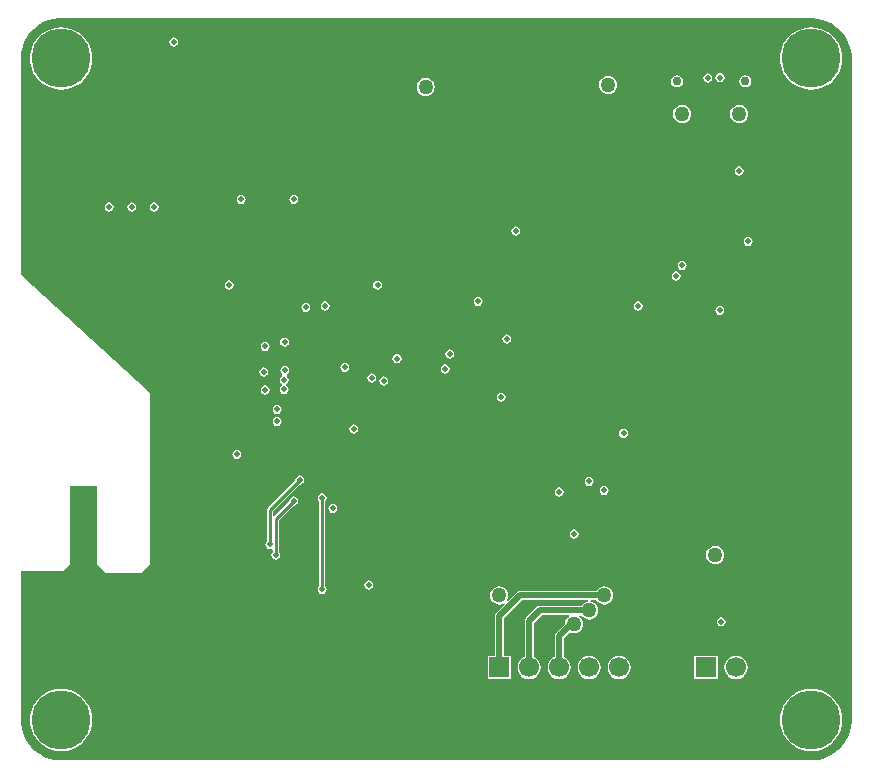
<source format=gbl>
G04*
G04 #@! TF.GenerationSoftware,Altium Limited,Altium Designer,18.0.10 (644)*
G04*
G04 Layer_Physical_Order=4*
G04 Layer_Color=16711680*
%FSLAX25Y25*%
%MOIN*%
G70*
G01*
G75*
%ADD10C,0.01000*%
%ADD104C,0.02000*%
%ADD106C,0.02953*%
%ADD107O,0.04724X0.07874*%
%ADD108O,0.04724X0.09055*%
%ADD109C,0.06693*%
%ADD110R,0.06693X0.06693*%
%ADD111C,0.01968*%
%ADD112C,0.05000*%
%ADD113C,0.19685*%
%ADD114C,0.02400*%
G36*
X376701Y398303D02*
X378458Y397890D01*
X380145Y397246D01*
X381730Y396382D01*
X383186Y395314D01*
X384485Y394061D01*
X385606Y392646D01*
X386528Y391094D01*
X387234Y389433D01*
X387713Y387692D01*
X387954Y385903D01*
Y385000D01*
X387944D01*
Y164998D01*
X387978Y164096D01*
X387803Y162299D01*
X387390Y160542D01*
X386746Y158855D01*
X385882Y157270D01*
X384814Y155815D01*
X383561Y154515D01*
X382146Y153394D01*
X380594Y152472D01*
X378933Y151766D01*
X377192Y151287D01*
X375403Y151046D01*
X374500D01*
Y151056D01*
X124998Y151056D01*
X124096Y151022D01*
X122299Y151197D01*
X120542Y151610D01*
X118855Y152254D01*
X117270Y153118D01*
X115814Y154186D01*
X114515Y155439D01*
X113394Y156854D01*
X112472Y158406D01*
X111766Y160067D01*
X111287Y161808D01*
X111046Y163597D01*
Y164500D01*
Y214000D01*
X125000Y214000D01*
X127500Y216500D01*
X127500Y242500D01*
X136500D01*
Y216500D01*
X139500Y213500D01*
X151000D01*
X154000Y216500D01*
X154000Y273339D01*
X149839Y277500D01*
X111046Y312958D01*
Y384493D01*
X111056Y384502D01*
X111056D01*
X111022Y385404D01*
X111197Y387201D01*
X111610Y388958D01*
X112255Y390645D01*
X113118Y392230D01*
X114186Y393686D01*
X115439Y394985D01*
X116854Y396106D01*
X118406Y397028D01*
X120067Y397734D01*
X121808Y398213D01*
X123597Y398454D01*
X124500D01*
Y398444D01*
X374002D01*
X374904Y398478D01*
X376701Y398303D01*
D02*
G37*
%LPC*%
G36*
X162000Y392013D02*
X161421Y391898D01*
X160930Y391570D01*
X160602Y391079D01*
X160487Y390500D01*
X160602Y389921D01*
X160930Y389430D01*
X161421Y389102D01*
X162000Y388987D01*
X162579Y389102D01*
X163070Y389430D01*
X163398Y389921D01*
X163513Y390500D01*
X163398Y391079D01*
X163070Y391570D01*
X162579Y391898D01*
X162000Y392013D01*
D02*
G37*
G36*
X344109Y380122D02*
X343529Y380007D01*
X343038Y379679D01*
X342710Y379188D01*
X342595Y378608D01*
X342710Y378029D01*
X343038Y377538D01*
X343529Y377210D01*
X344109Y377095D01*
X344688Y377210D01*
X345179Y377538D01*
X345507Y378029D01*
X345622Y378608D01*
X345507Y379188D01*
X345179Y379679D01*
X344688Y380007D01*
X344109Y380122D01*
D02*
G37*
G36*
X340000Y380013D02*
X339421Y379898D01*
X338930Y379570D01*
X338602Y379079D01*
X338487Y378500D01*
X338602Y377921D01*
X338930Y377430D01*
X339421Y377102D01*
X340000Y376987D01*
X340579Y377102D01*
X341070Y377430D01*
X341398Y377921D01*
X341513Y378500D01*
X341398Y379079D01*
X341070Y379570D01*
X340579Y379898D01*
X340000Y380013D01*
D02*
G37*
G36*
X352534Y379389D02*
X351762Y379236D01*
X351109Y378799D01*
X350672Y378145D01*
X350518Y377374D01*
X350672Y376603D01*
X351109Y375949D01*
X351762Y375512D01*
X352534Y375359D01*
X353305Y375512D01*
X353958Y375949D01*
X354395Y376603D01*
X354549Y377374D01*
X354395Y378145D01*
X353958Y378799D01*
X353305Y379236D01*
X352534Y379389D01*
D02*
G37*
G36*
X329778D02*
X329006Y379236D01*
X328353Y378799D01*
X327916Y378145D01*
X327762Y377374D01*
X327916Y376603D01*
X328353Y375949D01*
X329006Y375512D01*
X329778Y375359D01*
X330549Y375512D01*
X331202Y375949D01*
X331639Y376603D01*
X331793Y377374D01*
X331639Y378145D01*
X331202Y378799D01*
X330549Y379236D01*
X329778Y379389D01*
D02*
G37*
G36*
X374500Y395374D02*
X372877Y395247D01*
X371294Y394867D01*
X369790Y394244D01*
X368402Y393393D01*
X367164Y392336D01*
X366107Y391098D01*
X365256Y389710D01*
X364633Y388206D01*
X364253Y386623D01*
X364125Y385000D01*
X364253Y383377D01*
X364633Y381794D01*
X365256Y380290D01*
X366107Y378902D01*
X367164Y377664D01*
X368402Y376607D01*
X369790Y375756D01*
X371294Y375133D01*
X372877Y374753D01*
X374500Y374625D01*
X376123Y374753D01*
X377706Y375133D01*
X379210Y375756D01*
X380598Y376607D01*
X381836Y377664D01*
X382893Y378902D01*
X383744Y380290D01*
X384367Y381794D01*
X384747Y383377D01*
X384875Y385000D01*
X384747Y386623D01*
X384367Y388206D01*
X383744Y389710D01*
X382893Y391098D01*
X381836Y392336D01*
X380598Y393393D01*
X379210Y394244D01*
X377706Y394867D01*
X376123Y395247D01*
X374500Y395374D01*
D02*
G37*
G36*
X124500D02*
X122877Y395247D01*
X121294Y394867D01*
X119790Y394244D01*
X118402Y393393D01*
X117164Y392336D01*
X116107Y391098D01*
X115256Y389710D01*
X114633Y388206D01*
X114253Y386623D01*
X114126Y385000D01*
X114253Y383377D01*
X114633Y381794D01*
X115256Y380290D01*
X116107Y378902D01*
X117164Y377664D01*
X118402Y376607D01*
X119790Y375756D01*
X121294Y375133D01*
X122877Y374753D01*
X124500Y374625D01*
X126123Y374753D01*
X127706Y375133D01*
X129210Y375756D01*
X130598Y376607D01*
X131836Y377664D01*
X132893Y378902D01*
X133744Y380290D01*
X134367Y381794D01*
X134747Y383377D01*
X134874Y385000D01*
X134747Y386623D01*
X134367Y388206D01*
X133744Y389710D01*
X132893Y391098D01*
X131836Y392336D01*
X130598Y393393D01*
X129210Y394244D01*
X127706Y394867D01*
X126123Y395247D01*
X124500Y395374D01*
D02*
G37*
G36*
X306807Y379219D02*
X306024Y379116D01*
X305294Y378813D01*
X304667Y378332D01*
X304187Y377706D01*
X303884Y376976D01*
X303781Y376193D01*
X303884Y375410D01*
X304187Y374680D01*
X304667Y374053D01*
X305294Y373572D01*
X306024Y373270D01*
X306807Y373167D01*
X307590Y373270D01*
X308320Y373572D01*
X308947Y374053D01*
X309428Y374680D01*
X309730Y375410D01*
X309833Y376193D01*
X309730Y376976D01*
X309428Y377706D01*
X308947Y378332D01*
X308320Y378813D01*
X307590Y379116D01*
X306807Y379219D01*
D02*
G37*
G36*
X246000Y378526D02*
X245217Y378423D01*
X244487Y378120D01*
X243860Y377640D01*
X243379Y377013D01*
X243077Y376283D01*
X242974Y375500D01*
X243077Y374717D01*
X243379Y373987D01*
X243860Y373360D01*
X244487Y372880D01*
X245217Y372577D01*
X246000Y372474D01*
X246783Y372577D01*
X247513Y372880D01*
X248140Y373360D01*
X248621Y373987D01*
X248923Y374717D01*
X249026Y375500D01*
X248923Y376283D01*
X248621Y377013D01*
X248140Y377640D01*
X247513Y378120D01*
X246783Y378423D01*
X246000Y378526D01*
D02*
G37*
G36*
X350500Y369526D02*
X349717Y369423D01*
X348987Y369121D01*
X348360Y368640D01*
X347880Y368013D01*
X347577Y367283D01*
X347474Y366500D01*
X347577Y365717D01*
X347880Y364987D01*
X348360Y364360D01*
X348987Y363879D01*
X349717Y363577D01*
X350500Y363474D01*
X351283Y363577D01*
X352013Y363879D01*
X352640Y364360D01*
X353120Y364987D01*
X353423Y365717D01*
X353526Y366500D01*
X353423Y367283D01*
X353120Y368013D01*
X352640Y368640D01*
X352013Y369121D01*
X351283Y369423D01*
X350500Y369526D01*
D02*
G37*
G36*
X331500D02*
X330717Y369423D01*
X329987Y369121D01*
X329360Y368640D01*
X328879Y368013D01*
X328577Y367283D01*
X328474Y366500D01*
X328577Y365717D01*
X328879Y364987D01*
X329360Y364360D01*
X329987Y363879D01*
X330717Y363577D01*
X331500Y363474D01*
X332283Y363577D01*
X333013Y363879D01*
X333640Y364360D01*
X334120Y364987D01*
X334423Y365717D01*
X334526Y366500D01*
X334423Y367283D01*
X334120Y368013D01*
X333640Y368640D01*
X333013Y369121D01*
X332283Y369423D01*
X331500Y369526D01*
D02*
G37*
G36*
X350500Y349013D02*
X349921Y348898D01*
X349430Y348570D01*
X349102Y348079D01*
X348987Y347500D01*
X349102Y346921D01*
X349430Y346430D01*
X349921Y346102D01*
X350500Y345987D01*
X351079Y346102D01*
X351570Y346430D01*
X351898Y346921D01*
X352013Y347500D01*
X351898Y348079D01*
X351570Y348570D01*
X351079Y348898D01*
X350500Y349013D01*
D02*
G37*
G36*
X184500Y339513D02*
X183921Y339398D01*
X183430Y339070D01*
X183102Y338579D01*
X182987Y338000D01*
X183102Y337421D01*
X183430Y336930D01*
X183921Y336602D01*
X184500Y336487D01*
X185079Y336602D01*
X185570Y336930D01*
X185898Y337421D01*
X186013Y338000D01*
X185898Y338579D01*
X185570Y339070D01*
X185079Y339398D01*
X184500Y339513D01*
D02*
G37*
G36*
X202000Y339513D02*
X201421Y339398D01*
X200930Y339070D01*
X200602Y338579D01*
X200487Y338000D01*
X200602Y337421D01*
X200930Y336930D01*
X201421Y336602D01*
X202000Y336487D01*
X202579Y336602D01*
X203070Y336930D01*
X203398Y337421D01*
X203513Y338000D01*
X203398Y338579D01*
X203070Y339070D01*
X202579Y339398D01*
X202000Y339513D01*
D02*
G37*
G36*
X155500Y337013D02*
X154921Y336898D01*
X154430Y336570D01*
X154102Y336079D01*
X153987Y335500D01*
X154102Y334921D01*
X154430Y334430D01*
X154921Y334102D01*
X155500Y333987D01*
X156079Y334102D01*
X156570Y334430D01*
X156898Y334921D01*
X157013Y335500D01*
X156898Y336079D01*
X156570Y336570D01*
X156079Y336898D01*
X155500Y337013D01*
D02*
G37*
G36*
X148000D02*
X147421Y336898D01*
X146930Y336570D01*
X146602Y336079D01*
X146487Y335500D01*
X146602Y334921D01*
X146930Y334430D01*
X147421Y334102D01*
X148000Y333987D01*
X148579Y334102D01*
X149070Y334430D01*
X149398Y334921D01*
X149513Y335500D01*
X149398Y336079D01*
X149070Y336570D01*
X148579Y336898D01*
X148000Y337013D01*
D02*
G37*
G36*
X140500D02*
X139921Y336898D01*
X139430Y336570D01*
X139102Y336079D01*
X138987Y335500D01*
X139102Y334921D01*
X139430Y334430D01*
X139921Y334102D01*
X140500Y333987D01*
X141079Y334102D01*
X141570Y334430D01*
X141898Y334921D01*
X142013Y335500D01*
X141898Y336079D01*
X141570Y336570D01*
X141079Y336898D01*
X140500Y337013D01*
D02*
G37*
G36*
X276000Y329013D02*
X275421Y328898D01*
X274930Y328570D01*
X274602Y328079D01*
X274487Y327500D01*
X274602Y326921D01*
X274930Y326430D01*
X275421Y326102D01*
X276000Y325987D01*
X276579Y326102D01*
X277070Y326430D01*
X277398Y326921D01*
X277513Y327500D01*
X277398Y328079D01*
X277070Y328570D01*
X276579Y328898D01*
X276000Y329013D01*
D02*
G37*
G36*
X353500Y325513D02*
X352921Y325398D01*
X352430Y325070D01*
X352102Y324579D01*
X351987Y324000D01*
X352102Y323421D01*
X352430Y322930D01*
X352921Y322602D01*
X353500Y322487D01*
X354079Y322602D01*
X354570Y322930D01*
X354898Y323421D01*
X355013Y324000D01*
X354898Y324579D01*
X354570Y325070D01*
X354079Y325398D01*
X353500Y325513D01*
D02*
G37*
G36*
X331500Y317513D02*
X330921Y317398D01*
X330430Y317070D01*
X330102Y316579D01*
X329987Y316000D01*
X330102Y315421D01*
X330430Y314930D01*
X330921Y314602D01*
X331500Y314487D01*
X332079Y314602D01*
X332570Y314930D01*
X332898Y315421D01*
X333013Y316000D01*
X332898Y316579D01*
X332570Y317070D01*
X332079Y317398D01*
X331500Y317513D01*
D02*
G37*
G36*
X329500Y314013D02*
X328921Y313898D01*
X328430Y313570D01*
X328102Y313079D01*
X327987Y312500D01*
X328102Y311921D01*
X328430Y311430D01*
X328921Y311102D01*
X329500Y310987D01*
X330079Y311102D01*
X330570Y311430D01*
X330898Y311921D01*
X331013Y312500D01*
X330898Y313079D01*
X330570Y313570D01*
X330079Y313898D01*
X329500Y314013D01*
D02*
G37*
G36*
X180500Y311013D02*
X179921Y310898D01*
X179430Y310570D01*
X179102Y310079D01*
X178987Y309500D01*
X179102Y308921D01*
X179430Y308430D01*
X179921Y308102D01*
X180500Y307987D01*
X181079Y308102D01*
X181570Y308430D01*
X181898Y308921D01*
X182013Y309500D01*
X181898Y310079D01*
X181570Y310570D01*
X181079Y310898D01*
X180500Y311013D01*
D02*
G37*
G36*
X229941Y310954D02*
X229362Y310839D01*
X228871Y310511D01*
X228542Y310020D01*
X228427Y309441D01*
X228542Y308861D01*
X228871Y308370D01*
X229362Y308043D01*
X229941Y307927D01*
X230520Y308043D01*
X231011Y308370D01*
X231339Y308861D01*
X231454Y309441D01*
X231339Y310020D01*
X231011Y310511D01*
X230520Y310839D01*
X229941Y310954D01*
D02*
G37*
G36*
X263500Y305513D02*
X262921Y305398D01*
X262430Y305070D01*
X262102Y304579D01*
X261987Y304000D01*
X262102Y303421D01*
X262430Y302930D01*
X262921Y302602D01*
X263500Y302487D01*
X264079Y302602D01*
X264570Y302930D01*
X264898Y303421D01*
X265013Y304000D01*
X264898Y304579D01*
X264570Y305070D01*
X264079Y305398D01*
X263500Y305513D01*
D02*
G37*
G36*
X316839Y304013D02*
X316260Y303898D01*
X315769Y303570D01*
X315441Y303079D01*
X315325Y302500D01*
X315441Y301921D01*
X315769Y301430D01*
X316260Y301102D01*
X316839Y300987D01*
X317418Y301102D01*
X317909Y301430D01*
X318237Y301921D01*
X318352Y302500D01*
X318237Y303079D01*
X317909Y303570D01*
X317418Y303898D01*
X316839Y304013D01*
D02*
G37*
G36*
X212500D02*
X211921Y303898D01*
X211430Y303570D01*
X211102Y303079D01*
X210987Y302500D01*
X211102Y301921D01*
X211430Y301430D01*
X211921Y301102D01*
X212500Y300987D01*
X213079Y301102D01*
X213570Y301430D01*
X213898Y301921D01*
X214013Y302500D01*
X213898Y303079D01*
X213570Y303570D01*
X213079Y303898D01*
X212500Y304013D01*
D02*
G37*
G36*
X206000Y303513D02*
X205421Y303398D01*
X204930Y303070D01*
X204602Y302579D01*
X204487Y302000D01*
X204602Y301421D01*
X204930Y300930D01*
X205421Y300602D01*
X206000Y300487D01*
X206579Y300602D01*
X207070Y300930D01*
X207398Y301421D01*
X207513Y302000D01*
X207398Y302579D01*
X207070Y303070D01*
X206579Y303398D01*
X206000Y303513D01*
D02*
G37*
G36*
X344000Y302513D02*
X343421Y302398D01*
X342930Y302070D01*
X342602Y301579D01*
X342487Y301000D01*
X342602Y300421D01*
X342930Y299930D01*
X343421Y299602D01*
X344000Y299487D01*
X344579Y299602D01*
X345070Y299930D01*
X345398Y300421D01*
X345513Y301000D01*
X345398Y301579D01*
X345070Y302070D01*
X344579Y302398D01*
X344000Y302513D01*
D02*
G37*
G36*
X273000Y293013D02*
X272421Y292898D01*
X271930Y292570D01*
X271602Y292079D01*
X271487Y291500D01*
X271602Y290921D01*
X271930Y290430D01*
X272421Y290102D01*
X273000Y289987D01*
X273579Y290102D01*
X274070Y290430D01*
X274398Y290921D01*
X274513Y291500D01*
X274398Y292079D01*
X274070Y292570D01*
X273579Y292898D01*
X273000Y293013D01*
D02*
G37*
G36*
X198950Y291963D02*
X198371Y291848D01*
X197880Y291520D01*
X197552Y291029D01*
X197436Y290450D01*
X197552Y289871D01*
X197880Y289380D01*
X198371Y289052D01*
X198950Y288936D01*
X199529Y289052D01*
X200020Y289380D01*
X200348Y289871D01*
X200463Y290450D01*
X200348Y291029D01*
X200020Y291520D01*
X199529Y291848D01*
X198950Y291963D01*
D02*
G37*
G36*
X192500Y290513D02*
X191921Y290398D01*
X191430Y290070D01*
X191102Y289579D01*
X190987Y289000D01*
X191102Y288421D01*
X191430Y287930D01*
X191921Y287602D01*
X192500Y287487D01*
X193079Y287602D01*
X193570Y287930D01*
X193898Y288421D01*
X194013Y289000D01*
X193898Y289579D01*
X193570Y290070D01*
X193079Y290398D01*
X192500Y290513D01*
D02*
G37*
G36*
X254000Y288013D02*
X253421Y287898D01*
X252930Y287570D01*
X252602Y287079D01*
X252487Y286500D01*
X252602Y285921D01*
X252930Y285430D01*
X253421Y285102D01*
X254000Y284987D01*
X254579Y285102D01*
X255070Y285430D01*
X255398Y285921D01*
X255513Y286500D01*
X255398Y287079D01*
X255070Y287570D01*
X254579Y287898D01*
X254000Y288013D01*
D02*
G37*
G36*
X236441Y286454D02*
X235861Y286339D01*
X235370Y286011D01*
X235043Y285520D01*
X234927Y284941D01*
X235043Y284362D01*
X235370Y283871D01*
X235861Y283542D01*
X236441Y283427D01*
X237020Y283542D01*
X237511Y283871D01*
X237839Y284362D01*
X237954Y284941D01*
X237839Y285520D01*
X237511Y286011D01*
X237020Y286339D01*
X236441Y286454D01*
D02*
G37*
G36*
X219000Y283513D02*
X218421Y283398D01*
X217930Y283070D01*
X217602Y282579D01*
X217487Y282000D01*
X217602Y281421D01*
X217930Y280930D01*
X218421Y280602D01*
X219000Y280487D01*
X219579Y280602D01*
X220070Y280930D01*
X220398Y281421D01*
X220513Y282000D01*
X220398Y282579D01*
X220070Y283070D01*
X219579Y283398D01*
X219000Y283513D01*
D02*
G37*
G36*
X252500Y283013D02*
X251921Y282898D01*
X251430Y282570D01*
X251102Y282079D01*
X250987Y281500D01*
X251102Y280921D01*
X251430Y280430D01*
X251921Y280102D01*
X252500Y279987D01*
X253079Y280102D01*
X253570Y280430D01*
X253898Y280921D01*
X254013Y281500D01*
X253898Y282079D01*
X253570Y282570D01*
X253079Y282898D01*
X252500Y283013D01*
D02*
G37*
G36*
X192000Y282013D02*
X191421Y281898D01*
X190930Y281570D01*
X190602Y281079D01*
X190487Y280500D01*
X190602Y279921D01*
X190930Y279430D01*
X191421Y279102D01*
X192000Y278987D01*
X192579Y279102D01*
X193070Y279430D01*
X193398Y279921D01*
X193513Y280500D01*
X193398Y281079D01*
X193070Y281570D01*
X192579Y281898D01*
X192000Y282013D01*
D02*
G37*
G36*
X228000Y280013D02*
X227421Y279898D01*
X226930Y279570D01*
X226602Y279079D01*
X226487Y278500D01*
X226602Y277921D01*
X226930Y277430D01*
X227421Y277102D01*
X228000Y276987D01*
X228579Y277102D01*
X229070Y277430D01*
X229398Y277921D01*
X229513Y278500D01*
X229398Y279079D01*
X229070Y279570D01*
X228579Y279898D01*
X228000Y280013D01*
D02*
G37*
G36*
X232000Y279013D02*
X231421Y278898D01*
X230930Y278570D01*
X230602Y278079D01*
X230487Y277500D01*
X230602Y276921D01*
X230930Y276430D01*
X231421Y276102D01*
X232000Y275987D01*
X232579Y276102D01*
X233070Y276430D01*
X233398Y276921D01*
X233513Y277500D01*
X233398Y278079D01*
X233070Y278570D01*
X232579Y278898D01*
X232000Y279013D01*
D02*
G37*
G36*
X199000Y282513D02*
X198421Y282398D01*
X197930Y282070D01*
X197602Y281579D01*
X197487Y281000D01*
X197602Y280421D01*
X197930Y279930D01*
X198205Y279746D01*
X198229Y279573D01*
X198170Y279181D01*
X197781Y278921D01*
X197453Y278430D01*
X197338Y277851D01*
X197453Y277272D01*
X197781Y276781D01*
X198094Y276572D01*
X198120Y276474D01*
X198096Y276020D01*
X198094Y276016D01*
X197728Y275772D01*
X197400Y275281D01*
X197285Y274702D01*
X197400Y274123D01*
X197728Y273632D01*
X198219Y273304D01*
X198798Y273188D01*
X199378Y273304D01*
X199869Y273632D01*
X200197Y274123D01*
X200312Y274702D01*
X200197Y275281D01*
X199869Y275772D01*
X199555Y275981D01*
X199530Y276078D01*
X199554Y276533D01*
X199555Y276536D01*
X199921Y276781D01*
X200249Y277272D01*
X200364Y277851D01*
X200249Y278430D01*
X199921Y278921D01*
X199646Y279105D01*
X199623Y279278D01*
X199682Y279670D01*
X200070Y279930D01*
X200398Y280421D01*
X200513Y281000D01*
X200398Y281579D01*
X200070Y282070D01*
X199579Y282398D01*
X199000Y282513D01*
D02*
G37*
G36*
X192500Y276013D02*
X191921Y275898D01*
X191430Y275570D01*
X191102Y275079D01*
X190987Y274500D01*
X191102Y273921D01*
X191430Y273430D01*
X191921Y273102D01*
X192500Y272987D01*
X193079Y273102D01*
X193570Y273430D01*
X193898Y273921D01*
X194013Y274500D01*
X193898Y275079D01*
X193570Y275570D01*
X193079Y275898D01*
X192500Y276013D01*
D02*
G37*
G36*
X271118Y273631D02*
X270539Y273516D01*
X270048Y273188D01*
X269720Y272697D01*
X269605Y272118D01*
X269720Y271539D01*
X270048Y271048D01*
X270539Y270720D01*
X271118Y270605D01*
X271697Y270720D01*
X272188Y271048D01*
X272516Y271539D01*
X272631Y272118D01*
X272516Y272697D01*
X272188Y273188D01*
X271697Y273516D01*
X271118Y273631D01*
D02*
G37*
G36*
X196500Y269513D02*
X195921Y269398D01*
X195430Y269070D01*
X195102Y268579D01*
X194987Y268000D01*
X195102Y267421D01*
X195430Y266930D01*
X195921Y266602D01*
X196500Y266487D01*
X197079Y266602D01*
X197570Y266930D01*
X197898Y267421D01*
X198013Y268000D01*
X197898Y268579D01*
X197570Y269070D01*
X197079Y269398D01*
X196500Y269513D01*
D02*
G37*
G36*
Y265513D02*
X195921Y265398D01*
X195430Y265070D01*
X195102Y264579D01*
X194987Y264000D01*
X195102Y263421D01*
X195430Y262930D01*
X195921Y262602D01*
X196500Y262487D01*
X197079Y262602D01*
X197570Y262930D01*
X197898Y263421D01*
X198013Y264000D01*
X197898Y264579D01*
X197570Y265070D01*
X197079Y265398D01*
X196500Y265513D01*
D02*
G37*
G36*
X222000Y263013D02*
X221421Y262898D01*
X220930Y262570D01*
X220602Y262079D01*
X220487Y261500D01*
X220602Y260921D01*
X220930Y260430D01*
X221421Y260102D01*
X222000Y259987D01*
X222579Y260102D01*
X223070Y260430D01*
X223398Y260921D01*
X223513Y261500D01*
X223398Y262079D01*
X223070Y262570D01*
X222579Y262898D01*
X222000Y263013D01*
D02*
G37*
G36*
X311941Y261572D02*
X311362Y261457D01*
X310871Y261129D01*
X310543Y260638D01*
X310428Y260059D01*
X310543Y259480D01*
X310871Y258989D01*
X311362Y258661D01*
X311941Y258545D01*
X312520Y258661D01*
X313011Y258989D01*
X313339Y259480D01*
X313455Y260059D01*
X313339Y260638D01*
X313011Y261129D01*
X312520Y261457D01*
X311941Y261572D01*
D02*
G37*
G36*
X183000Y254513D02*
X182421Y254398D01*
X181930Y254070D01*
X181602Y253579D01*
X181487Y253000D01*
X181602Y252421D01*
X181930Y251930D01*
X182421Y251602D01*
X183000Y251487D01*
X183579Y251602D01*
X184070Y251930D01*
X184398Y252421D01*
X184513Y253000D01*
X184398Y253579D01*
X184070Y254070D01*
X183579Y254398D01*
X183000Y254513D01*
D02*
G37*
G36*
X204000Y246013D02*
X203421Y245898D01*
X202930Y245570D01*
X202602Y245079D01*
X202487Y244500D01*
X202499Y244440D01*
X193279Y235221D01*
X193058Y234890D01*
X192980Y234500D01*
Y224104D01*
X192930Y224070D01*
X192602Y223579D01*
X192487Y223000D01*
X192602Y222421D01*
X192930Y221930D01*
X193421Y221602D01*
X194000Y221487D01*
X194480Y221582D01*
X194980Y221314D01*
Y220604D01*
X194930Y220570D01*
X194602Y220079D01*
X194487Y219500D01*
X194602Y218921D01*
X194930Y218430D01*
X195421Y218102D01*
X196000Y217987D01*
X196579Y218102D01*
X197070Y218430D01*
X197398Y218921D01*
X197513Y219500D01*
X197398Y220079D01*
X197070Y220570D01*
X197020Y220604D01*
Y231078D01*
X201940Y235999D01*
X202000Y235987D01*
X202579Y236102D01*
X203070Y236430D01*
X203398Y236921D01*
X203513Y237500D01*
X203398Y238079D01*
X203070Y238570D01*
X202579Y238898D01*
X202000Y239013D01*
X201421Y238898D01*
X200930Y238570D01*
X200602Y238079D01*
X200487Y237500D01*
X200499Y237440D01*
X195520Y232462D01*
X195020Y232669D01*
Y234078D01*
X203940Y242999D01*
X204000Y242987D01*
X204579Y243102D01*
X205070Y243430D01*
X205398Y243921D01*
X205513Y244500D01*
X205398Y245079D01*
X205070Y245570D01*
X204579Y245898D01*
X204000Y246013D01*
D02*
G37*
G36*
X300500Y245513D02*
X299921Y245398D01*
X299430Y245070D01*
X299102Y244579D01*
X298987Y244000D01*
X299102Y243421D01*
X299430Y242930D01*
X299921Y242602D01*
X300500Y242487D01*
X301079Y242602D01*
X301570Y242930D01*
X301898Y243421D01*
X302013Y244000D01*
X301898Y244579D01*
X301570Y245070D01*
X301079Y245398D01*
X300500Y245513D01*
D02*
G37*
G36*
X305500Y242513D02*
X304921Y242398D01*
X304430Y242070D01*
X304102Y241579D01*
X303987Y241000D01*
X304102Y240421D01*
X304430Y239930D01*
X304921Y239602D01*
X305500Y239487D01*
X306079Y239602D01*
X306570Y239930D01*
X306898Y240421D01*
X307013Y241000D01*
X306898Y241579D01*
X306570Y242070D01*
X306079Y242398D01*
X305500Y242513D01*
D02*
G37*
G36*
X290500Y242013D02*
X289921Y241898D01*
X289430Y241570D01*
X289102Y241079D01*
X288987Y240500D01*
X289102Y239921D01*
X289430Y239430D01*
X289921Y239102D01*
X290500Y238987D01*
X291079Y239102D01*
X291570Y239430D01*
X291898Y239921D01*
X292013Y240500D01*
X291898Y241079D01*
X291570Y241570D01*
X291079Y241898D01*
X290500Y242013D01*
D02*
G37*
G36*
X215000Y236513D02*
X214421Y236398D01*
X213930Y236070D01*
X213602Y235579D01*
X213487Y235000D01*
X213602Y234421D01*
X213930Y233930D01*
X214421Y233602D01*
X215000Y233487D01*
X215579Y233602D01*
X216070Y233930D01*
X216398Y234421D01*
X216513Y235000D01*
X216398Y235579D01*
X216070Y236070D01*
X215579Y236398D01*
X215000Y236513D01*
D02*
G37*
G36*
X295500Y228013D02*
X294921Y227898D01*
X294430Y227570D01*
X294102Y227079D01*
X293987Y226500D01*
X294102Y225921D01*
X294430Y225430D01*
X294921Y225102D01*
X295500Y224987D01*
X296079Y225102D01*
X296570Y225430D01*
X296898Y225921D01*
X297013Y226500D01*
X296898Y227079D01*
X296570Y227570D01*
X296079Y227898D01*
X295500Y228013D01*
D02*
G37*
G36*
X342500Y222526D02*
X341717Y222423D01*
X340987Y222120D01*
X340360Y221640D01*
X339879Y221013D01*
X339577Y220283D01*
X339474Y219500D01*
X339577Y218717D01*
X339879Y217987D01*
X340360Y217360D01*
X340987Y216880D01*
X341717Y216577D01*
X342500Y216474D01*
X343283Y216577D01*
X344013Y216880D01*
X344640Y217360D01*
X345121Y217987D01*
X345423Y218717D01*
X345526Y219500D01*
X345423Y220283D01*
X345121Y221013D01*
X344640Y221640D01*
X344013Y222120D01*
X343283Y222423D01*
X342500Y222526D01*
D02*
G37*
G36*
X227000Y211013D02*
X226421Y210898D01*
X225930Y210570D01*
X225602Y210079D01*
X225487Y209500D01*
X225602Y208921D01*
X225930Y208430D01*
X226421Y208102D01*
X227000Y207987D01*
X227579Y208102D01*
X228070Y208430D01*
X228398Y208921D01*
X228513Y209500D01*
X228398Y210079D01*
X228070Y210570D01*
X227579Y210898D01*
X227000Y211013D01*
D02*
G37*
G36*
X211500Y240013D02*
X210921Y239898D01*
X210430Y239570D01*
X210102Y239079D01*
X209987Y238500D01*
X210102Y237921D01*
X210430Y237430D01*
X210480Y237396D01*
Y209104D01*
X210430Y209070D01*
X210102Y208579D01*
X209987Y208000D01*
X210102Y207421D01*
X210430Y206930D01*
X210921Y206602D01*
X211500Y206487D01*
X212079Y206602D01*
X212570Y206930D01*
X212898Y207421D01*
X213013Y208000D01*
X212898Y208579D01*
X212570Y209070D01*
X212520Y209104D01*
Y237396D01*
X212570Y237430D01*
X212898Y237921D01*
X213013Y238500D01*
X212898Y239079D01*
X212570Y239570D01*
X212079Y239898D01*
X211500Y240013D01*
D02*
G37*
G36*
X305500Y209026D02*
X304717Y208923D01*
X303987Y208621D01*
X303360Y208140D01*
X302892Y207529D01*
X277500D01*
X276915Y207413D01*
X276419Y207081D01*
X273509Y204171D01*
X273120Y204487D01*
X273423Y205217D01*
X273526Y206000D01*
X273423Y206783D01*
X273120Y207513D01*
X272640Y208140D01*
X272013Y208621D01*
X271283Y208923D01*
X270500Y209026D01*
X269717Y208923D01*
X268987Y208621D01*
X268360Y208140D01*
X267880Y207513D01*
X267577Y206783D01*
X267474Y206000D01*
X267577Y205217D01*
X267880Y204487D01*
X268360Y203860D01*
X268987Y203380D01*
X269717Y203077D01*
X270500Y202974D01*
X271283Y203077D01*
X272013Y203380D01*
X272329Y202992D01*
X269419Y200082D01*
X269087Y199586D01*
X268971Y199000D01*
Y185846D01*
X266654D01*
Y178154D01*
X274347D01*
Y185846D01*
X272030D01*
Y198367D01*
X278134Y204471D01*
X300047D01*
X300080Y203971D01*
X299717Y203923D01*
X298987Y203621D01*
X298360Y203140D01*
X297892Y202529D01*
X284000D01*
X283415Y202413D01*
X282919Y202081D01*
X279419Y198582D01*
X279087Y198086D01*
X278971Y197500D01*
Y185530D01*
X278560Y185360D01*
X277757Y184743D01*
X277140Y183940D01*
X276753Y183004D01*
X276621Y182000D01*
X276753Y180996D01*
X277140Y180060D01*
X277757Y179257D01*
X278560Y178640D01*
X279496Y178253D01*
X280500Y178120D01*
X281504Y178253D01*
X282440Y178640D01*
X283244Y179257D01*
X283860Y180060D01*
X284248Y180996D01*
X284380Y182000D01*
X284248Y183004D01*
X283860Y183940D01*
X283244Y184743D01*
X282440Y185360D01*
X282030Y185530D01*
Y196867D01*
X284633Y199471D01*
X293622D01*
X293792Y198971D01*
X293360Y198640D01*
X292880Y198013D01*
X292577Y197283D01*
X292495Y196658D01*
X289419Y193582D01*
X289087Y193086D01*
X288971Y192500D01*
Y185530D01*
X288561Y185360D01*
X287757Y184743D01*
X287140Y183940D01*
X286753Y183004D01*
X286621Y182000D01*
X286753Y180996D01*
X287140Y180060D01*
X287757Y179257D01*
X288561Y178640D01*
X289496Y178253D01*
X290500Y178120D01*
X291504Y178253D01*
X292440Y178640D01*
X293244Y179257D01*
X293860Y180060D01*
X294248Y180996D01*
X294380Y182000D01*
X294248Y183004D01*
X293860Y183940D01*
X293244Y184743D01*
X292440Y185360D01*
X292030Y185530D01*
Y191867D01*
X294026Y193863D01*
X294717Y193577D01*
X295500Y193474D01*
X296283Y193577D01*
X297013Y193879D01*
X297640Y194360D01*
X298120Y194987D01*
X298423Y195717D01*
X298526Y196500D01*
X298423Y197283D01*
X298120Y198013D01*
X297640Y198640D01*
X297208Y198971D01*
X297378Y199471D01*
X297892D01*
X298360Y198860D01*
X298987Y198380D01*
X299717Y198077D01*
X300500Y197974D01*
X301283Y198077D01*
X302013Y198380D01*
X302640Y198860D01*
X303120Y199487D01*
X303423Y200217D01*
X303526Y201000D01*
X303423Y201783D01*
X303120Y202513D01*
X302640Y203140D01*
X302013Y203621D01*
X301283Y203923D01*
X300920Y203971D01*
X300953Y204471D01*
X302892D01*
X303360Y203860D01*
X303987Y203380D01*
X304717Y203077D01*
X305500Y202974D01*
X306283Y203077D01*
X307013Y203380D01*
X307640Y203860D01*
X308120Y204487D01*
X308423Y205217D01*
X308526Y206000D01*
X308423Y206783D01*
X308120Y207513D01*
X307640Y208140D01*
X307013Y208621D01*
X306283Y208923D01*
X305500Y209026D01*
D02*
G37*
G36*
X344500Y198770D02*
X343921Y198654D01*
X343430Y198326D01*
X343102Y197835D01*
X342987Y197256D01*
X343102Y196677D01*
X343430Y196186D01*
X343921Y195858D01*
X344500Y195743D01*
X345079Y195858D01*
X345570Y196186D01*
X345898Y196677D01*
X346013Y197256D01*
X345898Y197835D01*
X345570Y198326D01*
X345079Y198654D01*
X344500Y198770D01*
D02*
G37*
G36*
X343288Y185846D02*
X335595D01*
Y178154D01*
X343288D01*
Y185846D01*
D02*
G37*
G36*
X349441Y185880D02*
X348437Y185747D01*
X347501Y185360D01*
X346698Y184743D01*
X346081Y183940D01*
X345694Y183004D01*
X345562Y182000D01*
X345694Y180996D01*
X346081Y180060D01*
X346698Y179257D01*
X347501Y178640D01*
X348437Y178253D01*
X349441Y178120D01*
X350445Y178253D01*
X351381Y178640D01*
X352185Y179257D01*
X352801Y180060D01*
X353189Y180996D01*
X353321Y182000D01*
X353189Y183004D01*
X352801Y183940D01*
X352185Y184743D01*
X351381Y185360D01*
X350445Y185747D01*
X349441Y185880D01*
D02*
G37*
G36*
X310500D02*
X309496Y185747D01*
X308560Y185360D01*
X307757Y184743D01*
X307140Y183940D01*
X306753Y183004D01*
X306621Y182000D01*
X306753Y180996D01*
X307140Y180060D01*
X307757Y179257D01*
X308560Y178640D01*
X309496Y178253D01*
X310500Y178120D01*
X311504Y178253D01*
X312440Y178640D01*
X313244Y179257D01*
X313860Y180060D01*
X314248Y180996D01*
X314380Y182000D01*
X314248Y183004D01*
X313860Y183940D01*
X313244Y184743D01*
X312440Y185360D01*
X311504Y185747D01*
X310500Y185880D01*
D02*
G37*
G36*
X300500D02*
X299496Y185747D01*
X298561Y185360D01*
X297757Y184743D01*
X297141Y183940D01*
X296753Y183004D01*
X296621Y182000D01*
X296753Y180996D01*
X297141Y180060D01*
X297757Y179257D01*
X298561Y178640D01*
X299496Y178253D01*
X300500Y178120D01*
X301504Y178253D01*
X302440Y178640D01*
X303244Y179257D01*
X303860Y180060D01*
X304248Y180996D01*
X304380Y182000D01*
X304248Y183004D01*
X303860Y183940D01*
X303244Y184743D01*
X302440Y185360D01*
X301504Y185747D01*
X300500Y185880D01*
D02*
G37*
G36*
X374500Y174874D02*
X372877Y174747D01*
X371294Y174367D01*
X369790Y173744D01*
X368402Y172893D01*
X367164Y171836D01*
X366107Y170598D01*
X365256Y169210D01*
X364633Y167706D01*
X364253Y166123D01*
X364125Y164500D01*
X364253Y162877D01*
X364633Y161294D01*
X365256Y159790D01*
X366107Y158402D01*
X367164Y157164D01*
X368402Y156107D01*
X369790Y155256D01*
X371294Y154633D01*
X372877Y154253D01*
X374500Y154125D01*
X376123Y154253D01*
X377706Y154633D01*
X379210Y155256D01*
X380598Y156107D01*
X381836Y157164D01*
X382893Y158402D01*
X383744Y159790D01*
X384367Y161294D01*
X384747Y162877D01*
X384875Y164500D01*
X384747Y166123D01*
X384367Y167706D01*
X383744Y169210D01*
X382893Y170598D01*
X381836Y171836D01*
X380598Y172893D01*
X379210Y173744D01*
X377706Y174367D01*
X376123Y174747D01*
X374500Y174874D01*
D02*
G37*
G36*
X124500D02*
X122877Y174747D01*
X121294Y174367D01*
X119790Y173744D01*
X118402Y172893D01*
X117164Y171836D01*
X116107Y170598D01*
X115256Y169210D01*
X114633Y167706D01*
X114253Y166123D01*
X114126Y164500D01*
X114253Y162877D01*
X114633Y161294D01*
X115256Y159790D01*
X116107Y158402D01*
X117164Y157164D01*
X118402Y156107D01*
X119790Y155256D01*
X121294Y154633D01*
X122877Y154253D01*
X124500Y154125D01*
X126123Y154253D01*
X127706Y154633D01*
X129210Y155256D01*
X130598Y156107D01*
X131836Y157164D01*
X132893Y158402D01*
X133744Y159790D01*
X134367Y161294D01*
X134747Y162877D01*
X134874Y164500D01*
X134747Y166123D01*
X134367Y167706D01*
X133744Y169210D01*
X132893Y170598D01*
X131836Y171836D01*
X130598Y172893D01*
X129210Y173744D01*
X127706Y174367D01*
X126123Y174747D01*
X124500Y174874D01*
D02*
G37*
%LPD*%
D10*
X211500Y208000D02*
Y238500D01*
X194000Y234500D02*
X204000Y244500D01*
X194000Y223000D02*
Y234500D01*
X196000Y231500D02*
X202000Y237500D01*
X196000Y219500D02*
Y231500D01*
D104*
X280500Y197500D02*
X284000Y201000D01*
X280500Y182000D02*
Y197500D01*
X284000Y201000D02*
X300500D01*
X294500Y196500D02*
X295500D01*
X290500Y192500D02*
X294500Y196500D01*
X290500Y182000D02*
Y192500D01*
X304525Y206000D02*
X305500Y205025D01*
X277500Y206000D02*
X304525D01*
X270500Y199000D02*
X277500Y206000D01*
X305500Y205025D02*
Y206000D01*
X270500Y182000D02*
Y199000D01*
D106*
X352534Y377374D02*
D03*
X329778D02*
D03*
D107*
X359217Y391744D02*
D03*
X323784Y391744D02*
D03*
D108*
X323783Y375406D02*
D03*
X359216Y375406D02*
D03*
D109*
X310500Y182000D02*
D03*
X280500D02*
D03*
X290500D02*
D03*
X300500D02*
D03*
X349441D02*
D03*
D110*
X270500D02*
D03*
X339441D02*
D03*
D111*
X377500Y371500D02*
D03*
X366500Y371000D02*
D03*
X349000Y393000D02*
D03*
X354500Y385000D02*
D03*
X345500Y389000D02*
D03*
X312500Y381000D02*
D03*
X307500Y390000D02*
D03*
X329000Y385000D02*
D03*
X334000Y391500D02*
D03*
X283500Y270500D02*
D03*
X282000Y256500D02*
D03*
X280000Y243000D02*
D03*
X298000Y222500D02*
D03*
X284500Y225000D02*
D03*
X275500Y225500D02*
D03*
X262500Y235000D02*
D03*
X285500Y156500D02*
D03*
X297500Y166000D02*
D03*
X297000Y160500D02*
D03*
X317000Y164500D02*
D03*
X317500Y174500D02*
D03*
X324500Y178000D02*
D03*
X358000Y197000D02*
D03*
X327000Y194000D02*
D03*
X320500Y190500D02*
D03*
X329000Y186500D02*
D03*
X332500Y176000D02*
D03*
X336000Y157500D02*
D03*
Y163500D02*
D03*
X343000Y167000D02*
D03*
X353000Y161500D02*
D03*
X354500Y170500D02*
D03*
X368000Y179500D02*
D03*
X361500Y188000D02*
D03*
X378500Y189000D02*
D03*
X377000Y210500D02*
D03*
X372000Y194000D02*
D03*
X380500Y205000D02*
D03*
X368000Y204000D02*
D03*
X370500Y212500D02*
D03*
X378500Y219500D02*
D03*
X379000Y232000D02*
D03*
X370500Y236500D02*
D03*
X375000Y225000D02*
D03*
X379500Y244000D02*
D03*
X377000Y267500D02*
D03*
X368000Y255000D02*
D03*
X360500Y268500D02*
D03*
X377000Y260000D02*
D03*
X343000Y269500D02*
D03*
Y279000D02*
D03*
X327500Y281500D02*
D03*
X335000Y275000D02*
D03*
X352500Y273000D02*
D03*
X363500Y281000D02*
D03*
X362500Y296500D02*
D03*
X378000Y313000D02*
D03*
X378500Y285500D02*
D03*
X372500Y317000D02*
D03*
X377500Y301500D02*
D03*
X380000Y325500D02*
D03*
Y358500D02*
D03*
X373500Y344500D02*
D03*
X379000Y335500D02*
D03*
X377000Y349500D02*
D03*
X373500Y363500D02*
D03*
X315500Y363000D02*
D03*
X326000Y358500D02*
D03*
X341500Y358000D02*
D03*
X361000Y325500D02*
D03*
X346000Y317500D02*
D03*
X316000Y317000D02*
D03*
X311500Y322000D02*
D03*
X289000Y320000D02*
D03*
X279000Y321500D02*
D03*
X280500Y308500D02*
D03*
X276500Y275500D02*
D03*
X271500Y284500D02*
D03*
X278000Y289000D02*
D03*
X276000Y297500D02*
D03*
X301000Y283000D02*
D03*
X302000Y291000D02*
D03*
X311500Y284500D02*
D03*
X317500Y272000D02*
D03*
X329000Y267500D02*
D03*
X309500Y244500D02*
D03*
X312000Y251500D02*
D03*
X317500Y247500D02*
D03*
X326500Y245000D02*
D03*
X335500Y239500D02*
D03*
X350500D02*
D03*
X352000Y224500D02*
D03*
X357000Y235000D02*
D03*
X326000Y219000D02*
D03*
X330500Y227000D02*
D03*
X332000Y230500D02*
D03*
X316500Y241000D02*
D03*
Y231000D02*
D03*
X312000Y220000D02*
D03*
Y207500D02*
D03*
X315500Y211500D02*
D03*
X314500Y202500D02*
D03*
X291500Y173500D02*
D03*
X307000Y198000D02*
D03*
X301500Y188000D02*
D03*
X286500Y188500D02*
D03*
X286000Y196500D02*
D03*
X265000Y202000D02*
D03*
X276500Y199500D02*
D03*
X276000Y188500D02*
D03*
X273500Y175500D02*
D03*
X307500Y165000D02*
D03*
X297000Y173500D02*
D03*
X273000Y166000D02*
D03*
X281500Y172500D02*
D03*
X286500Y164500D02*
D03*
X215500Y180500D02*
D03*
X224000Y166500D02*
D03*
X237000Y177500D02*
D03*
X243500Y166500D02*
D03*
X264500Y173500D02*
D03*
X266000Y162500D02*
D03*
X248000Y161500D02*
D03*
X245000Y176000D02*
D03*
X313500Y330000D02*
D03*
X314500Y344500D02*
D03*
X300500Y329000D02*
D03*
X281000Y342500D02*
D03*
X288500Y332000D02*
D03*
X258000Y342500D02*
D03*
X246000Y344000D02*
D03*
X232500Y348500D02*
D03*
X230000Y359500D02*
D03*
X235500Y368500D02*
D03*
X243000Y356500D02*
D03*
X260500D02*
D03*
X272000Y361500D02*
D03*
X281000Y362500D02*
D03*
X291000Y361500D02*
D03*
X292500Y369500D02*
D03*
X285000Y385000D02*
D03*
X282500Y392500D02*
D03*
X271500Y392000D02*
D03*
X261000Y384500D02*
D03*
X275500Y378000D02*
D03*
X281500Y370500D02*
D03*
X280000Y377000D02*
D03*
X268000Y372000D02*
D03*
X340000Y378500D02*
D03*
X244500Y364500D02*
D03*
X253000Y370500D02*
D03*
X310000Y364500D02*
D03*
X300000Y370500D02*
D03*
X293500Y383000D02*
D03*
X292500Y394000D02*
D03*
X287000Y388000D02*
D03*
X299500Y391000D02*
D03*
X162000Y373000D02*
D03*
X167000Y384500D02*
D03*
X201000Y370000D02*
D03*
X201500Y382000D02*
D03*
X179500Y383000D02*
D03*
X182000Y369000D02*
D03*
X189500Y368500D02*
D03*
X187500Y378500D02*
D03*
X188500Y393500D02*
D03*
X221500Y373000D02*
D03*
X210500Y390500D02*
D03*
X213500Y382500D02*
D03*
X218000Y392500D02*
D03*
X226000D02*
D03*
X245000Y392000D02*
D03*
X248000Y388000D02*
D03*
X257500Y392500D02*
D03*
X266000Y385500D02*
D03*
X264000Y393500D02*
D03*
X310000Y351000D02*
D03*
X282500Y354000D02*
D03*
X297500Y346000D02*
D03*
X287000Y355000D02*
D03*
X269000Y354500D02*
D03*
X277000Y347500D02*
D03*
X295000Y355500D02*
D03*
X266500Y347000D02*
D03*
X275000Y352500D02*
D03*
X250500Y353000D02*
D03*
X240500Y360000D02*
D03*
X260500Y350000D02*
D03*
X287000Y346500D02*
D03*
X286000Y326000D02*
D03*
X308000Y307000D02*
D03*
X298500Y321000D02*
D03*
X305000Y279500D02*
D03*
X276000Y256000D02*
D03*
Y268000D02*
D03*
X253000Y267500D02*
D03*
X254000Y256000D02*
D03*
Y237000D02*
D03*
X255500Y213000D02*
D03*
X263500Y196000D02*
D03*
X259500Y205000D02*
D03*
X250500Y184500D02*
D03*
X252500Y197000D02*
D03*
X244000Y185500D02*
D03*
X233500Y193000D02*
D03*
X235500Y184500D02*
D03*
X236000Y161500D02*
D03*
X199500Y158500D02*
D03*
X140500Y161500D02*
D03*
X154000Y156500D02*
D03*
X175500Y160500D02*
D03*
X217500Y160000D02*
D03*
X186500Y161500D02*
D03*
X195500Y172500D02*
D03*
X224500Y177000D02*
D03*
X205000Y166500D02*
D03*
X202500Y182000D02*
D03*
X214500Y198500D02*
D03*
X221500Y188000D02*
D03*
X243000Y192000D02*
D03*
X236000Y203000D02*
D03*
X253500Y228500D02*
D03*
X246000Y205000D02*
D03*
X257500Y240500D02*
D03*
X237000Y235000D02*
D03*
X244500Y236500D02*
D03*
X235000Y256500D02*
D03*
X234500Y267000D02*
D03*
X243500Y255500D02*
D03*
X242000Y267000D02*
D03*
X241500Y303000D02*
D03*
X227000Y300000D02*
D03*
X226500Y293500D02*
D03*
X220000Y267000D02*
D03*
X228000Y271000D02*
D03*
X196000Y211500D02*
D03*
X205000Y206000D02*
D03*
X206000Y194500D02*
D03*
X227000Y198000D02*
D03*
X206500Y236500D02*
D03*
X189500Y233000D02*
D03*
X199500Y200000D02*
D03*
X182000Y200500D02*
D03*
X169000Y208500D02*
D03*
X167500Y201000D02*
D03*
X184000Y185000D02*
D03*
X190000Y197500D02*
D03*
X173000Y199000D02*
D03*
X190500Y187500D02*
D03*
X175500Y178500D02*
D03*
X178000Y188500D02*
D03*
X185000Y173000D02*
D03*
X165500Y164000D02*
D03*
X168000Y184500D02*
D03*
X171500Y173000D02*
D03*
X154000Y162000D02*
D03*
X161000Y171500D02*
D03*
X142500Y169000D02*
D03*
X147000Y185000D02*
D03*
X151000Y171500D02*
D03*
X156000Y184500D02*
D03*
X136500Y181500D02*
D03*
X146500Y178000D02*
D03*
X156000Y197000D02*
D03*
X159500Y191500D02*
D03*
X157500Y204000D02*
D03*
X148500Y192000D02*
D03*
X138000Y188000D02*
D03*
X150000Y202000D02*
D03*
X139000Y204000D02*
D03*
X131500Y203500D02*
D03*
X134500Y197000D02*
D03*
X123500Y182000D02*
D03*
X131000Y187500D02*
D03*
X120500Y191000D02*
D03*
X120000Y205500D02*
D03*
X121500Y199000D02*
D03*
X130000Y208500D02*
D03*
X127000Y195500D02*
D03*
X126000Y205500D02*
D03*
X134500Y208500D02*
D03*
X145000Y199500D02*
D03*
X162500Y216500D02*
D03*
X161500Y211500D02*
D03*
X189000Y208000D02*
D03*
X188500Y217500D02*
D03*
X176500Y209000D02*
D03*
X171000Y220000D02*
D03*
X182000Y215500D02*
D03*
X178500Y238500D02*
D03*
X180500Y232500D02*
D03*
X168500Y215000D02*
D03*
X162000Y222500D02*
D03*
X171000Y247500D02*
D03*
X166000Y229000D02*
D03*
X173500Y235000D02*
D03*
X162500Y236500D02*
D03*
X160500Y265500D02*
D03*
X161500Y252500D02*
D03*
X162500Y244500D02*
D03*
X168500Y242500D02*
D03*
X179000Y247000D02*
D03*
X173500Y243500D02*
D03*
X186000Y240000D02*
D03*
X224500Y235500D02*
D03*
X231500Y241000D02*
D03*
X224000Y255000D02*
D03*
X228000Y255500D02*
D03*
X221000Y242000D02*
D03*
X207500Y251500D02*
D03*
X210500Y267500D02*
D03*
X199500Y259000D02*
D03*
X197000Y245000D02*
D03*
X186000Y247500D02*
D03*
X195500Y250000D02*
D03*
X194000Y257500D02*
D03*
X172500Y253500D02*
D03*
X163500Y258500D02*
D03*
X166000Y251500D02*
D03*
X168000Y261000D02*
D03*
X178500Y252500D02*
D03*
X170500Y267500D02*
D03*
X163000Y272000D02*
D03*
X165500Y267000D02*
D03*
X176500Y275000D02*
D03*
X168500Y274500D02*
D03*
X175500Y280000D02*
D03*
X166000Y280500D02*
D03*
X169500Y284500D02*
D03*
X162500Y276500D02*
D03*
X159500Y282000D02*
D03*
X153000Y284500D02*
D03*
X236000Y304000D02*
D03*
X247000Y306000D02*
D03*
X252500Y321500D02*
D03*
X214500Y366000D02*
D03*
X220500Y342000D02*
D03*
X219000Y332000D02*
D03*
X236500Y321000D02*
D03*
X241500Y326000D02*
D03*
X196500Y330500D02*
D03*
X178500Y320500D02*
D03*
X185500Y330000D02*
D03*
X213000Y344000D02*
D03*
X196500Y342500D02*
D03*
X224000Y349000D02*
D03*
X227500Y368500D02*
D03*
X163500Y364500D02*
D03*
X192000Y354000D02*
D03*
X221000Y358000D02*
D03*
X177000Y339000D02*
D03*
X188000Y343500D02*
D03*
X172500Y330000D02*
D03*
X180000Y333000D02*
D03*
X169000Y340500D02*
D03*
X151000Y344500D02*
D03*
X164500Y353500D02*
D03*
X161500Y349000D02*
D03*
X159000Y342000D02*
D03*
X162000Y336500D02*
D03*
X166000Y332500D02*
D03*
X160500Y330000D02*
D03*
X160000Y323000D02*
D03*
X165000Y326000D02*
D03*
X169500Y319500D02*
D03*
X173000Y321500D02*
D03*
X170500Y315000D02*
D03*
X175000Y311500D02*
D03*
X171000Y306500D02*
D03*
X169000Y310000D02*
D03*
X164500Y313500D02*
D03*
X160000Y318000D02*
D03*
X165000Y320000D02*
D03*
X151500Y317000D02*
D03*
X152000Y322500D02*
D03*
X145000Y318500D02*
D03*
X155500Y312500D02*
D03*
X158500Y309000D02*
D03*
X155000Y304500D02*
D03*
X149000Y308000D02*
D03*
X141000Y304000D02*
D03*
X131000Y306500D02*
D03*
X136000Y310500D02*
D03*
X135000Y304000D02*
D03*
X145000Y311500D02*
D03*
X126500Y312000D02*
D03*
X137500Y319000D02*
D03*
X131500Y311000D02*
D03*
X134000Y316000D02*
D03*
X130000Y327000D02*
D03*
Y318000D02*
D03*
X122500Y314500D02*
D03*
X118000Y320500D02*
D03*
X121000Y328500D02*
D03*
X123000Y321500D02*
D03*
X120000Y343500D02*
D03*
X119500Y336000D02*
D03*
X128500Y342000D02*
D03*
X126500Y331000D02*
D03*
X135500Y330500D02*
D03*
X136000Y324500D02*
D03*
X145000Y328500D02*
D03*
X152000Y330000D02*
D03*
X142500Y339000D02*
D03*
X151500Y340000D02*
D03*
X135000Y337500D02*
D03*
X144500Y342500D02*
D03*
X136000Y349000D02*
D03*
X134500Y343000D02*
D03*
X135000Y360000D02*
D03*
X136500Y370000D02*
D03*
X133000Y374500D02*
D03*
X126500Y371500D02*
D03*
X132000Y367500D02*
D03*
X132500Y355500D02*
D03*
X125500Y337000D02*
D03*
X131000Y347000D02*
D03*
X119000Y353000D02*
D03*
X118500Y363000D02*
D03*
X121000Y347000D02*
D03*
X126000Y360500D02*
D03*
X126500Y353000D02*
D03*
X131500Y362500D02*
D03*
X121000Y366500D02*
D03*
X120500Y357500D02*
D03*
X124500Y366500D02*
D03*
X118000Y371500D02*
D03*
X114000Y377500D02*
D03*
Y373500D02*
D03*
Y369500D02*
D03*
Y365500D02*
D03*
Y361500D02*
D03*
Y357500D02*
D03*
Y354000D02*
D03*
Y350000D02*
D03*
Y346000D02*
D03*
Y342000D02*
D03*
Y338000D02*
D03*
Y334000D02*
D03*
Y330000D02*
D03*
Y326000D02*
D03*
Y322000D02*
D03*
X114500Y172000D02*
D03*
Y176500D02*
D03*
Y181000D02*
D03*
Y186000D02*
D03*
Y191000D02*
D03*
Y196000D02*
D03*
Y201000D02*
D03*
Y206000D02*
D03*
Y210500D02*
D03*
X119000D02*
D03*
X123500D02*
D03*
X128000Y213000D02*
D03*
X130000Y217000D02*
D03*
Y221000D02*
D03*
Y225000D02*
D03*
Y229500D02*
D03*
Y233500D02*
D03*
X134000D02*
D03*
Y229500D02*
D03*
Y225000D02*
D03*
Y221000D02*
D03*
Y217000D02*
D03*
X135500Y213000D02*
D03*
X140000Y210500D02*
D03*
X145000Y210000D02*
D03*
X150000Y210500D02*
D03*
X154500Y213000D02*
D03*
X157000Y217000D02*
D03*
Y221500D02*
D03*
Y226000D02*
D03*
Y231000D02*
D03*
Y236500D02*
D03*
Y241500D02*
D03*
Y246500D02*
D03*
Y251500D02*
D03*
Y256000D02*
D03*
Y261000D02*
D03*
Y265500D02*
D03*
Y270000D02*
D03*
Y274500D02*
D03*
X154000Y278000D02*
D03*
X151000Y281000D02*
D03*
X147500Y283500D02*
D03*
X144000Y286500D02*
D03*
X147500Y288500D02*
D03*
X152500Y289000D02*
D03*
X157000D02*
D03*
X165000Y289500D02*
D03*
X173000Y286000D02*
D03*
X169000Y289500D02*
D03*
X179000Y289000D02*
D03*
X188000Y301000D02*
D03*
X183500D02*
D03*
X150000Y304000D02*
D03*
X163000D02*
D03*
X179500Y302500D02*
D03*
X175000D02*
D03*
X167000Y301000D02*
D03*
X158000D02*
D03*
X153500D02*
D03*
X146500Y300500D02*
D03*
X142500Y299500D02*
D03*
X138500Y298000D02*
D03*
X135000Y295500D02*
D03*
X131500Y298000D02*
D03*
X128000Y301000D02*
D03*
X124500Y304000D02*
D03*
X121000Y307500D02*
D03*
X117500Y310500D02*
D03*
X114000Y314000D02*
D03*
Y318000D02*
D03*
X215000Y235000D02*
D03*
X211500Y208000D02*
D03*
Y238500D02*
D03*
X300500Y244000D02*
D03*
X305500Y241000D02*
D03*
X295500Y226500D02*
D03*
X290500Y240500D02*
D03*
X192500Y274500D02*
D03*
X192000Y280500D02*
D03*
X140500Y335500D02*
D03*
X155500D02*
D03*
X148000D02*
D03*
X263500Y304000D02*
D03*
X202000Y338000D02*
D03*
X353500Y324000D02*
D03*
X184500Y338000D02*
D03*
X276000Y327500D02*
D03*
X162000Y390500D02*
D03*
X350500Y347500D02*
D03*
X344109Y378608D02*
D03*
X329500Y312500D02*
D03*
X331500Y316000D02*
D03*
X344000Y301000D02*
D03*
X316839Y302500D02*
D03*
X212500D02*
D03*
X206000Y302000D02*
D03*
X219000Y282000D02*
D03*
X273000Y291500D02*
D03*
X228000Y278500D02*
D03*
X252500Y281500D02*
D03*
X271118Y272118D02*
D03*
X232000Y277500D02*
D03*
X254000Y286500D02*
D03*
X196500Y264000D02*
D03*
Y268000D02*
D03*
X198798Y274702D02*
D03*
X311941Y260059D02*
D03*
X192500Y289000D02*
D03*
X198950Y290450D02*
D03*
X198851Y277851D02*
D03*
X199000Y281000D02*
D03*
X204000Y244500D02*
D03*
X194000Y223000D02*
D03*
X196000Y219500D02*
D03*
X202000Y237500D02*
D03*
X344500Y197256D02*
D03*
X227000Y209500D02*
D03*
X183000Y253000D02*
D03*
X180500Y309500D02*
D03*
X229941Y309441D02*
D03*
X222000Y261500D02*
D03*
X236441Y284941D02*
D03*
D112*
X342500Y219500D02*
D03*
X306807Y376193D02*
D03*
X246000Y375500D02*
D03*
X350500Y366500D02*
D03*
X331500D02*
D03*
X270500Y206000D02*
D03*
X300500Y201000D02*
D03*
X295500Y196500D02*
D03*
X305500Y206000D02*
D03*
D113*
X374500Y385000D02*
D03*
X374500Y164500D02*
D03*
X124500D02*
D03*
Y385000D02*
D03*
D114*
X213000Y284937D02*
D03*
Y288874D02*
D03*
X205127Y284938D02*
D03*
Y288874D02*
D03*
X213000Y281000D02*
D03*
X205126D02*
D03*
X209063Y284937D02*
D03*
X209065Y281002D02*
D03*
X209063Y288874D02*
D03*
M02*

</source>
